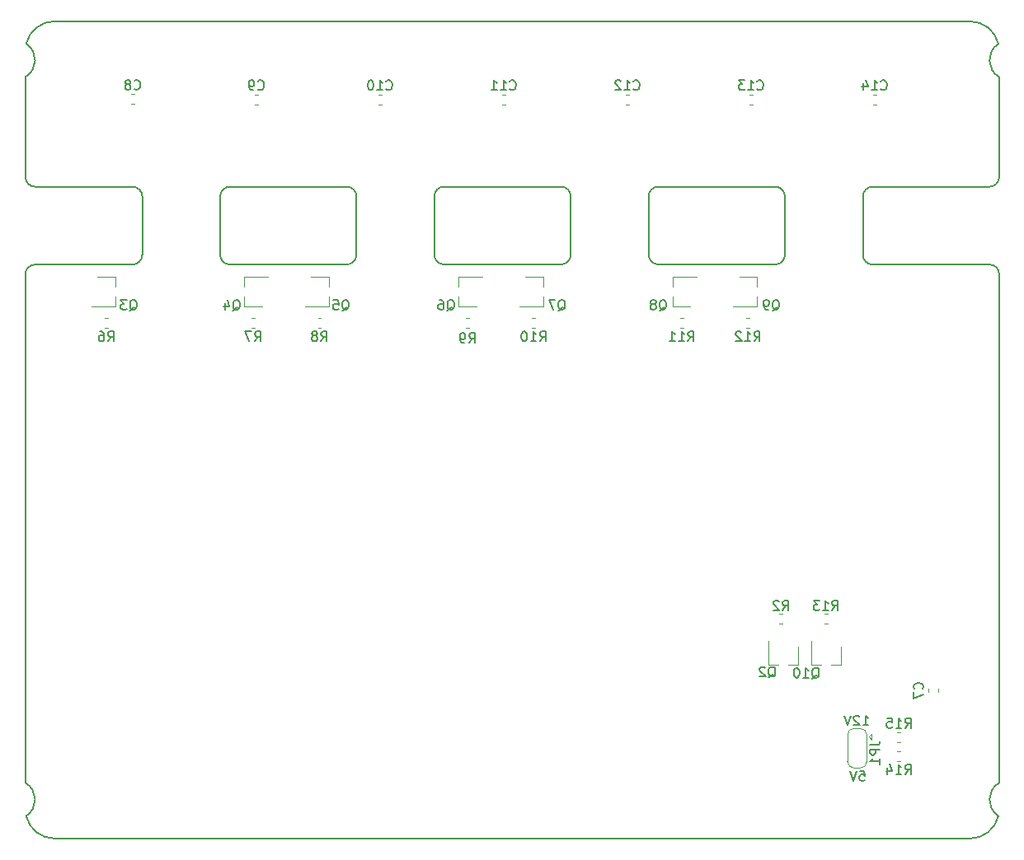
<source format=gbo>
G04 #@! TF.GenerationSoftware,KiCad,Pcbnew,5.0.2-bee76a0~70~ubuntu18.04.1*
G04 #@! TF.CreationDate,2019-02-11T12:00:49+01:00*
G04 #@! TF.ProjectId,3D_PrEBo,33445f50-7245-4426-9f2e-6b696361645f,rev?*
G04 #@! TF.SameCoordinates,Original*
G04 #@! TF.FileFunction,Legend,Bot*
G04 #@! TF.FilePolarity,Positive*
%FSLAX46Y46*%
G04 Gerber Fmt 4.6, Leading zero omitted, Abs format (unit mm)*
G04 Created by KiCad (PCBNEW 5.0.2-bee76a0~70~ubuntu18.04.1) date Po 11. února 2019, 12:00:49 CET*
%MOMM*%
%LPD*%
G01*
G04 APERTURE LIST*
%ADD10C,0.200000*%
%ADD11C,0.120000*%
%ADD12C,0.150000*%
G04 APERTURE END LIST*
D10*
X186019047Y-130352380D02*
X186590476Y-130352380D01*
X186304761Y-130352380D02*
X186304761Y-129352380D01*
X186400000Y-129495238D01*
X186495238Y-129590476D01*
X186590476Y-129638095D01*
X185638095Y-129447619D02*
X185590476Y-129400000D01*
X185495238Y-129352380D01*
X185257142Y-129352380D01*
X185161904Y-129400000D01*
X185114285Y-129447619D01*
X185066666Y-129542857D01*
X185066666Y-129638095D01*
X185114285Y-129780952D01*
X185685714Y-130352380D01*
X185066666Y-130352380D01*
X184780952Y-129352380D02*
X184447619Y-130352380D01*
X184114285Y-129352380D01*
X185690476Y-135052380D02*
X186166666Y-135052380D01*
X186214285Y-135528571D01*
X186166666Y-135480952D01*
X186071428Y-135433333D01*
X185833333Y-135433333D01*
X185738095Y-135480952D01*
X185690476Y-135528571D01*
X185642857Y-135623809D01*
X185642857Y-135861904D01*
X185690476Y-135957142D01*
X185738095Y-136004761D01*
X185833333Y-136052380D01*
X186071428Y-136052380D01*
X186166666Y-136004761D01*
X186214285Y-135957142D01*
X185357142Y-135052380D02*
X185023809Y-136052380D01*
X184690476Y-135052380D01*
X164000000Y-82000000D02*
X164000000Y-76000000D01*
X142000000Y-76000000D02*
G75*
G02X143000000Y-75000000I1000000J0D01*
G01*
X111000000Y-83000000D02*
X101000000Y-83000000D01*
X121000000Y-83000000D02*
G75*
G02X120000000Y-82000000I0J1000000D01*
G01*
X100000000Y-63732051D02*
X100000000Y-74000000D01*
X100000000Y-84000000D02*
X100000000Y-136267949D01*
X199000000Y-83000000D02*
G75*
G02X200000000Y-84000000I0J-1000000D01*
G01*
X197000000Y-58000000D02*
G75*
G02X199920991Y-60316034I0J-3000000D01*
G01*
X134000000Y-76000000D02*
X134000000Y-82000000D01*
X200000000Y-84000000D02*
X200000000Y-136267949D01*
X100000000Y-136267949D02*
G75*
G02X100079009Y-139683966I-1000000J-1732051D01*
G01*
X156000000Y-82000000D02*
G75*
G02X155000000Y-83000000I-1000000J0D01*
G01*
X155000000Y-83000000D02*
X143000000Y-83000000D01*
X164000000Y-76000000D02*
G75*
G02X165000000Y-75000000I1000000J0D01*
G01*
X187000000Y-83000000D02*
G75*
G02X186000000Y-82000000I0J1000000D01*
G01*
X100000000Y-84000000D02*
G75*
G02X101000000Y-83000000I1000000J0D01*
G01*
X199920991Y-139683966D02*
G75*
G02X200000000Y-136267949I1079009J1683966D01*
G01*
X165000000Y-83000000D02*
G75*
G02X164000000Y-82000000I0J1000000D01*
G01*
X103000000Y-58000000D02*
X197000000Y-58000000D01*
X100079009Y-60316034D02*
G75*
G02X100000000Y-63732051I-1079009J-1683966D01*
G01*
X100079009Y-60316034D02*
G75*
G02X103000000Y-58000000I2920991J-683966D01*
G01*
X101000000Y-75000000D02*
X111000000Y-75000000D01*
X200000000Y-74000000D02*
G75*
G02X199000000Y-75000000I-1000000J0D01*
G01*
X112000000Y-76000000D02*
X112000000Y-82000000D01*
X186000000Y-76000000D02*
G75*
G02X187000000Y-75000000I1000000J0D01*
G01*
X133000000Y-83000000D02*
X121000000Y-83000000D01*
X112000000Y-82000000D02*
G75*
G02X111000000Y-83000000I-1000000J0D01*
G01*
X111000000Y-75000000D02*
G75*
G02X112000000Y-76000000I0J-1000000D01*
G01*
X133000000Y-75000000D02*
G75*
G02X134000000Y-76000000I0J-1000000D01*
G01*
X142000000Y-82000000D02*
X142000000Y-76000000D01*
X199000000Y-83000000D02*
X187000000Y-83000000D01*
X120000000Y-82000000D02*
X120000000Y-76000000D01*
X120000000Y-76000000D02*
G75*
G02X121000000Y-75000000I1000000J0D01*
G01*
X121000000Y-75000000D02*
X133000000Y-75000000D01*
X200000000Y-63732051D02*
G75*
G02X199920991Y-60316034I1000000J1732051D01*
G01*
X155000000Y-75000000D02*
G75*
G02X156000000Y-76000000I0J-1000000D01*
G01*
X143000000Y-83000000D02*
G75*
G02X142000000Y-82000000I0J1000000D01*
G01*
X156000000Y-76000000D02*
X156000000Y-82000000D01*
X178000000Y-76000000D02*
X178000000Y-82000000D01*
X103000000Y-142000000D02*
X197000000Y-142000000D01*
X101000000Y-75000000D02*
G75*
G02X100000000Y-74000000I0J1000000D01*
G01*
X134000000Y-82000000D02*
G75*
G02X133000000Y-83000000I-1000000J0D01*
G01*
X143000000Y-75000000D02*
X155000000Y-75000000D01*
X165000000Y-75000000D02*
X177000000Y-75000000D01*
X187000000Y-75000000D02*
X199000000Y-75000000D01*
X199920991Y-139683966D02*
G75*
G02X197000000Y-142000000I-2920991J683966D01*
G01*
X103000000Y-142000000D02*
G75*
G02X100079009Y-139683966I0J3000000D01*
G01*
X177000000Y-75000000D02*
G75*
G02X178000000Y-76000000I0J-1000000D01*
G01*
X178000000Y-82000000D02*
G75*
G02X177000000Y-83000000I-1000000J0D01*
G01*
X200000000Y-63732051D02*
X200000000Y-74000000D01*
X177000000Y-83000000D02*
X165000000Y-83000000D01*
X186000000Y-82000000D02*
X186000000Y-76000000D01*
D11*
G04 #@! TO.C,C7*
X193710000Y-126637221D02*
X193710000Y-126962779D01*
X192690000Y-126637221D02*
X192690000Y-126962779D01*
G04 #@! TO.C,C8*
X111175279Y-65490000D02*
X110849721Y-65490000D01*
X111175279Y-66510000D02*
X110849721Y-66510000D01*
G04 #@! TO.C,C9*
X123875279Y-66550000D02*
X123549721Y-66550000D01*
X123875279Y-65530000D02*
X123549721Y-65530000D01*
G04 #@! TO.C,C10*
X136575279Y-66550000D02*
X136249721Y-66550000D01*
X136575279Y-65530000D02*
X136249721Y-65530000D01*
G04 #@! TO.C,C11*
X149275279Y-65530000D02*
X148949721Y-65530000D01*
X149275279Y-66550000D02*
X148949721Y-66550000D01*
G04 #@! TO.C,C12*
X161975279Y-65530000D02*
X161649721Y-65530000D01*
X161975279Y-66550000D02*
X161649721Y-66550000D01*
G04 #@! TO.C,C13*
X174675279Y-66550000D02*
X174349721Y-66550000D01*
X174675279Y-65530000D02*
X174349721Y-65530000D01*
G04 #@! TO.C,C14*
X187375279Y-65530000D02*
X187049721Y-65530000D01*
X187375279Y-66550000D02*
X187049721Y-66550000D01*
G04 #@! TO.C,JP1*
X186620000Y-131515000D02*
X186920000Y-131815000D01*
X186920000Y-131215000D02*
X186920000Y-131815000D01*
X186620000Y-131515000D02*
X186920000Y-131215000D01*
X185720000Y-130665000D02*
X185120000Y-130665000D01*
X186420000Y-134115000D02*
X186420000Y-131315000D01*
X185120000Y-134765000D02*
X185720000Y-134765000D01*
X184420000Y-131315000D02*
X184420000Y-134115000D01*
X184420000Y-134065000D02*
G75*
G03X185120000Y-134765000I700000J0D01*
G01*
X185720000Y-134765000D02*
G75*
G03X186420000Y-134065000I0J700000D01*
G01*
X186420000Y-131365000D02*
G75*
G03X185720000Y-130665000I-700000J0D01*
G01*
X185120000Y-130665000D02*
G75*
G03X184420000Y-131365000I0J-700000D01*
G01*
G04 #@! TO.C,Q2*
X176290000Y-124120000D02*
X176290000Y-121690000D01*
X176300000Y-124140000D02*
X177300000Y-124140000D01*
X179350000Y-124140000D02*
X179350000Y-122290000D01*
X178300000Y-124140000D02*
X179350000Y-124140000D01*
G04 #@! TO.C,Q3*
X109230000Y-87310000D02*
X106800000Y-87310000D01*
X109250000Y-87300000D02*
X109250000Y-86300000D01*
X109250000Y-84250000D02*
X107400000Y-84250000D01*
X109250000Y-85300000D02*
X109250000Y-84250000D01*
G04 #@! TO.C,Q4*
X122450000Y-86300000D02*
X122450000Y-87350000D01*
X122450000Y-87350000D02*
X124300000Y-87350000D01*
X122450000Y-84300000D02*
X122450000Y-85300000D01*
X122470000Y-84290000D02*
X124900000Y-84290000D01*
G04 #@! TO.C,Q5*
X131130000Y-87310000D02*
X128700000Y-87310000D01*
X131150000Y-87300000D02*
X131150000Y-86300000D01*
X131150000Y-84250000D02*
X129300000Y-84250000D01*
X131150000Y-85300000D02*
X131150000Y-84250000D01*
G04 #@! TO.C,Q6*
X144450000Y-86300000D02*
X144450000Y-87350000D01*
X144450000Y-87350000D02*
X146300000Y-87350000D01*
X144450000Y-84300000D02*
X144450000Y-85300000D01*
X144470000Y-84290000D02*
X146900000Y-84290000D01*
G04 #@! TO.C,Q7*
X153150000Y-85300000D02*
X153150000Y-84250000D01*
X153150000Y-84250000D02*
X151300000Y-84250000D01*
X153150000Y-87300000D02*
X153150000Y-86300000D01*
X153130000Y-87310000D02*
X150700000Y-87310000D01*
G04 #@! TO.C,Q8*
X166450000Y-86300000D02*
X166450000Y-87350000D01*
X166450000Y-87350000D02*
X168300000Y-87350000D01*
X166450000Y-84300000D02*
X166450000Y-85300000D01*
X166470000Y-84290000D02*
X168900000Y-84290000D01*
G04 #@! TO.C,Q9*
X175150000Y-85300000D02*
X175150000Y-84250000D01*
X175150000Y-84250000D02*
X173300000Y-84250000D01*
X175150000Y-87300000D02*
X175150000Y-86300000D01*
X175130000Y-87310000D02*
X172700000Y-87310000D01*
G04 #@! TO.C,Q10*
X180735000Y-124120000D02*
X180735000Y-121690000D01*
X180745000Y-124140000D02*
X181745000Y-124140000D01*
X183795000Y-124140000D02*
X183795000Y-122290000D01*
X182745000Y-124140000D02*
X183795000Y-124140000D01*
G04 #@! TO.C,R2*
X177437221Y-119890000D02*
X177762779Y-119890000D01*
X177437221Y-118870000D02*
X177762779Y-118870000D01*
G04 #@! TO.C,R6*
X108137221Y-88490000D02*
X108462779Y-88490000D01*
X108137221Y-89510000D02*
X108462779Y-89510000D01*
G04 #@! TO.C,R7*
X123237221Y-89510000D02*
X123562779Y-89510000D01*
X123237221Y-88490000D02*
X123562779Y-88490000D01*
G04 #@! TO.C,R8*
X130037221Y-88490000D02*
X130362779Y-88490000D01*
X130037221Y-89510000D02*
X130362779Y-89510000D01*
G04 #@! TO.C,R9*
X145562779Y-89510000D02*
X145237221Y-89510000D01*
X145562779Y-88490000D02*
X145237221Y-88490000D01*
G04 #@! TO.C,R10*
X152037221Y-88490000D02*
X152362779Y-88490000D01*
X152037221Y-89510000D02*
X152362779Y-89510000D01*
G04 #@! TO.C,R11*
X167237221Y-89510000D02*
X167562779Y-89510000D01*
X167237221Y-88490000D02*
X167562779Y-88490000D01*
G04 #@! TO.C,R12*
X174037221Y-88490000D02*
X174362779Y-88490000D01*
X174037221Y-89510000D02*
X174362779Y-89510000D01*
G04 #@! TO.C,R13*
X182037221Y-119890000D02*
X182362779Y-119890000D01*
X182037221Y-118870000D02*
X182362779Y-118870000D01*
G04 #@! TO.C,R14*
X189537221Y-134010000D02*
X189862779Y-134010000D01*
X189537221Y-132990000D02*
X189862779Y-132990000D01*
G04 #@! TO.C,R15*
X189862779Y-132110000D02*
X189537221Y-132110000D01*
X189862779Y-131090000D02*
X189537221Y-131090000D01*
G04 #@! TD*
G04 #@! TO.C,C7*
D12*
X192127142Y-126633333D02*
X192174761Y-126585714D01*
X192222380Y-126442857D01*
X192222380Y-126347619D01*
X192174761Y-126204761D01*
X192079523Y-126109523D01*
X191984285Y-126061904D01*
X191793809Y-126014285D01*
X191650952Y-126014285D01*
X191460476Y-126061904D01*
X191365238Y-126109523D01*
X191270000Y-126204761D01*
X191222380Y-126347619D01*
X191222380Y-126442857D01*
X191270000Y-126585714D01*
X191317619Y-126633333D01*
X191222380Y-126966666D02*
X191222380Y-127633333D01*
X192222380Y-127204761D01*
G04 #@! TO.C,C8*
X111179166Y-64927142D02*
X111226785Y-64974761D01*
X111369642Y-65022380D01*
X111464880Y-65022380D01*
X111607738Y-64974761D01*
X111702976Y-64879523D01*
X111750595Y-64784285D01*
X111798214Y-64593809D01*
X111798214Y-64450952D01*
X111750595Y-64260476D01*
X111702976Y-64165238D01*
X111607738Y-64070000D01*
X111464880Y-64022380D01*
X111369642Y-64022380D01*
X111226785Y-64070000D01*
X111179166Y-64117619D01*
X110607738Y-64450952D02*
X110702976Y-64403333D01*
X110750595Y-64355714D01*
X110798214Y-64260476D01*
X110798214Y-64212857D01*
X110750595Y-64117619D01*
X110702976Y-64070000D01*
X110607738Y-64022380D01*
X110417261Y-64022380D01*
X110322023Y-64070000D01*
X110274404Y-64117619D01*
X110226785Y-64212857D01*
X110226785Y-64260476D01*
X110274404Y-64355714D01*
X110322023Y-64403333D01*
X110417261Y-64450952D01*
X110607738Y-64450952D01*
X110702976Y-64498571D01*
X110750595Y-64546190D01*
X110798214Y-64641428D01*
X110798214Y-64831904D01*
X110750595Y-64927142D01*
X110702976Y-64974761D01*
X110607738Y-65022380D01*
X110417261Y-65022380D01*
X110322023Y-64974761D01*
X110274404Y-64927142D01*
X110226785Y-64831904D01*
X110226785Y-64641428D01*
X110274404Y-64546190D01*
X110322023Y-64498571D01*
X110417261Y-64450952D01*
G04 #@! TO.C,C9*
X123879166Y-64967142D02*
X123926785Y-65014761D01*
X124069642Y-65062380D01*
X124164880Y-65062380D01*
X124307738Y-65014761D01*
X124402976Y-64919523D01*
X124450595Y-64824285D01*
X124498214Y-64633809D01*
X124498214Y-64490952D01*
X124450595Y-64300476D01*
X124402976Y-64205238D01*
X124307738Y-64110000D01*
X124164880Y-64062380D01*
X124069642Y-64062380D01*
X123926785Y-64110000D01*
X123879166Y-64157619D01*
X123402976Y-65062380D02*
X123212500Y-65062380D01*
X123117261Y-65014761D01*
X123069642Y-64967142D01*
X122974404Y-64824285D01*
X122926785Y-64633809D01*
X122926785Y-64252857D01*
X122974404Y-64157619D01*
X123022023Y-64110000D01*
X123117261Y-64062380D01*
X123307738Y-64062380D01*
X123402976Y-64110000D01*
X123450595Y-64157619D01*
X123498214Y-64252857D01*
X123498214Y-64490952D01*
X123450595Y-64586190D01*
X123402976Y-64633809D01*
X123307738Y-64681428D01*
X123117261Y-64681428D01*
X123022023Y-64633809D01*
X122974404Y-64586190D01*
X122926785Y-64490952D01*
G04 #@! TO.C,C10*
X137055357Y-64967142D02*
X137102976Y-65014761D01*
X137245833Y-65062380D01*
X137341071Y-65062380D01*
X137483928Y-65014761D01*
X137579166Y-64919523D01*
X137626785Y-64824285D01*
X137674404Y-64633809D01*
X137674404Y-64490952D01*
X137626785Y-64300476D01*
X137579166Y-64205238D01*
X137483928Y-64110000D01*
X137341071Y-64062380D01*
X137245833Y-64062380D01*
X137102976Y-64110000D01*
X137055357Y-64157619D01*
X136102976Y-65062380D02*
X136674404Y-65062380D01*
X136388690Y-65062380D02*
X136388690Y-64062380D01*
X136483928Y-64205238D01*
X136579166Y-64300476D01*
X136674404Y-64348095D01*
X135483928Y-64062380D02*
X135388690Y-64062380D01*
X135293452Y-64110000D01*
X135245833Y-64157619D01*
X135198214Y-64252857D01*
X135150595Y-64443333D01*
X135150595Y-64681428D01*
X135198214Y-64871904D01*
X135245833Y-64967142D01*
X135293452Y-65014761D01*
X135388690Y-65062380D01*
X135483928Y-65062380D01*
X135579166Y-65014761D01*
X135626785Y-64967142D01*
X135674404Y-64871904D01*
X135722023Y-64681428D01*
X135722023Y-64443333D01*
X135674404Y-64252857D01*
X135626785Y-64157619D01*
X135579166Y-64110000D01*
X135483928Y-64062380D01*
G04 #@! TO.C,C11*
X149755357Y-64967142D02*
X149802976Y-65014761D01*
X149945833Y-65062380D01*
X150041071Y-65062380D01*
X150183928Y-65014761D01*
X150279166Y-64919523D01*
X150326785Y-64824285D01*
X150374404Y-64633809D01*
X150374404Y-64490952D01*
X150326785Y-64300476D01*
X150279166Y-64205238D01*
X150183928Y-64110000D01*
X150041071Y-64062380D01*
X149945833Y-64062380D01*
X149802976Y-64110000D01*
X149755357Y-64157619D01*
X148802976Y-65062380D02*
X149374404Y-65062380D01*
X149088690Y-65062380D02*
X149088690Y-64062380D01*
X149183928Y-64205238D01*
X149279166Y-64300476D01*
X149374404Y-64348095D01*
X147850595Y-65062380D02*
X148422023Y-65062380D01*
X148136309Y-65062380D02*
X148136309Y-64062380D01*
X148231547Y-64205238D01*
X148326785Y-64300476D01*
X148422023Y-64348095D01*
G04 #@! TO.C,C12*
X162455357Y-64967142D02*
X162502976Y-65014761D01*
X162645833Y-65062380D01*
X162741071Y-65062380D01*
X162883928Y-65014761D01*
X162979166Y-64919523D01*
X163026785Y-64824285D01*
X163074404Y-64633809D01*
X163074404Y-64490952D01*
X163026785Y-64300476D01*
X162979166Y-64205238D01*
X162883928Y-64110000D01*
X162741071Y-64062380D01*
X162645833Y-64062380D01*
X162502976Y-64110000D01*
X162455357Y-64157619D01*
X161502976Y-65062380D02*
X162074404Y-65062380D01*
X161788690Y-65062380D02*
X161788690Y-64062380D01*
X161883928Y-64205238D01*
X161979166Y-64300476D01*
X162074404Y-64348095D01*
X161122023Y-64157619D02*
X161074404Y-64110000D01*
X160979166Y-64062380D01*
X160741071Y-64062380D01*
X160645833Y-64110000D01*
X160598214Y-64157619D01*
X160550595Y-64252857D01*
X160550595Y-64348095D01*
X160598214Y-64490952D01*
X161169642Y-65062380D01*
X160550595Y-65062380D01*
G04 #@! TO.C,C13*
X175155357Y-64967142D02*
X175202976Y-65014761D01*
X175345833Y-65062380D01*
X175441071Y-65062380D01*
X175583928Y-65014761D01*
X175679166Y-64919523D01*
X175726785Y-64824285D01*
X175774404Y-64633809D01*
X175774404Y-64490952D01*
X175726785Y-64300476D01*
X175679166Y-64205238D01*
X175583928Y-64110000D01*
X175441071Y-64062380D01*
X175345833Y-64062380D01*
X175202976Y-64110000D01*
X175155357Y-64157619D01*
X174202976Y-65062380D02*
X174774404Y-65062380D01*
X174488690Y-65062380D02*
X174488690Y-64062380D01*
X174583928Y-64205238D01*
X174679166Y-64300476D01*
X174774404Y-64348095D01*
X173869642Y-64062380D02*
X173250595Y-64062380D01*
X173583928Y-64443333D01*
X173441071Y-64443333D01*
X173345833Y-64490952D01*
X173298214Y-64538571D01*
X173250595Y-64633809D01*
X173250595Y-64871904D01*
X173298214Y-64967142D01*
X173345833Y-65014761D01*
X173441071Y-65062380D01*
X173726785Y-65062380D01*
X173822023Y-65014761D01*
X173869642Y-64967142D01*
G04 #@! TO.C,C14*
X187855357Y-64967142D02*
X187902976Y-65014761D01*
X188045833Y-65062380D01*
X188141071Y-65062380D01*
X188283928Y-65014761D01*
X188379166Y-64919523D01*
X188426785Y-64824285D01*
X188474404Y-64633809D01*
X188474404Y-64490952D01*
X188426785Y-64300476D01*
X188379166Y-64205238D01*
X188283928Y-64110000D01*
X188141071Y-64062380D01*
X188045833Y-64062380D01*
X187902976Y-64110000D01*
X187855357Y-64157619D01*
X186902976Y-65062380D02*
X187474404Y-65062380D01*
X187188690Y-65062380D02*
X187188690Y-64062380D01*
X187283928Y-64205238D01*
X187379166Y-64300476D01*
X187474404Y-64348095D01*
X186045833Y-64395714D02*
X186045833Y-65062380D01*
X186283928Y-64014761D02*
X186522023Y-64729047D01*
X185902976Y-64729047D01*
G04 #@! TO.C,JP1*
X186752380Y-132366666D02*
X187466666Y-132366666D01*
X187609523Y-132319047D01*
X187704761Y-132223809D01*
X187752380Y-132080952D01*
X187752380Y-131985714D01*
X187752380Y-132842857D02*
X186752380Y-132842857D01*
X186752380Y-133223809D01*
X186800000Y-133319047D01*
X186847619Y-133366666D01*
X186942857Y-133414285D01*
X187085714Y-133414285D01*
X187180952Y-133366666D01*
X187228571Y-133319047D01*
X187276190Y-133223809D01*
X187276190Y-132842857D01*
X187752380Y-134366666D02*
X187752380Y-133795238D01*
X187752380Y-134080952D02*
X186752380Y-134080952D01*
X186895238Y-133985714D01*
X186990476Y-133890476D01*
X187038095Y-133795238D01*
G04 #@! TO.C,Q2*
X176295238Y-125447619D02*
X176390476Y-125400000D01*
X176485714Y-125304761D01*
X176628571Y-125161904D01*
X176723809Y-125114285D01*
X176819047Y-125114285D01*
X176771428Y-125352380D02*
X176866666Y-125304761D01*
X176961904Y-125209523D01*
X177009523Y-125019047D01*
X177009523Y-124685714D01*
X176961904Y-124495238D01*
X176866666Y-124400000D01*
X176771428Y-124352380D01*
X176580952Y-124352380D01*
X176485714Y-124400000D01*
X176390476Y-124495238D01*
X176342857Y-124685714D01*
X176342857Y-125019047D01*
X176390476Y-125209523D01*
X176485714Y-125304761D01*
X176580952Y-125352380D01*
X176771428Y-125352380D01*
X175961904Y-124447619D02*
X175914285Y-124400000D01*
X175819047Y-124352380D01*
X175580952Y-124352380D01*
X175485714Y-124400000D01*
X175438095Y-124447619D01*
X175390476Y-124542857D01*
X175390476Y-124638095D01*
X175438095Y-124780952D01*
X176009523Y-125352380D01*
X175390476Y-125352380D01*
G04 #@! TO.C,Q3*
X110695238Y-87747619D02*
X110790476Y-87700000D01*
X110885714Y-87604761D01*
X111028571Y-87461904D01*
X111123809Y-87414285D01*
X111219047Y-87414285D01*
X111171428Y-87652380D02*
X111266666Y-87604761D01*
X111361904Y-87509523D01*
X111409523Y-87319047D01*
X111409523Y-86985714D01*
X111361904Y-86795238D01*
X111266666Y-86700000D01*
X111171428Y-86652380D01*
X110980952Y-86652380D01*
X110885714Y-86700000D01*
X110790476Y-86795238D01*
X110742857Y-86985714D01*
X110742857Y-87319047D01*
X110790476Y-87509523D01*
X110885714Y-87604761D01*
X110980952Y-87652380D01*
X111171428Y-87652380D01*
X110409523Y-86652380D02*
X109790476Y-86652380D01*
X110123809Y-87033333D01*
X109980952Y-87033333D01*
X109885714Y-87080952D01*
X109838095Y-87128571D01*
X109790476Y-87223809D01*
X109790476Y-87461904D01*
X109838095Y-87557142D01*
X109885714Y-87604761D01*
X109980952Y-87652380D01*
X110266666Y-87652380D01*
X110361904Y-87604761D01*
X110409523Y-87557142D01*
G04 #@! TO.C,Q4*
X121295238Y-87747619D02*
X121390476Y-87700000D01*
X121485714Y-87604761D01*
X121628571Y-87461904D01*
X121723809Y-87414285D01*
X121819047Y-87414285D01*
X121771428Y-87652380D02*
X121866666Y-87604761D01*
X121961904Y-87509523D01*
X122009523Y-87319047D01*
X122009523Y-86985714D01*
X121961904Y-86795238D01*
X121866666Y-86700000D01*
X121771428Y-86652380D01*
X121580952Y-86652380D01*
X121485714Y-86700000D01*
X121390476Y-86795238D01*
X121342857Y-86985714D01*
X121342857Y-87319047D01*
X121390476Y-87509523D01*
X121485714Y-87604761D01*
X121580952Y-87652380D01*
X121771428Y-87652380D01*
X120485714Y-86985714D02*
X120485714Y-87652380D01*
X120723809Y-86604761D02*
X120961904Y-87319047D01*
X120342857Y-87319047D01*
G04 #@! TO.C,Q5*
X132495238Y-87747619D02*
X132590476Y-87700000D01*
X132685714Y-87604761D01*
X132828571Y-87461904D01*
X132923809Y-87414285D01*
X133019047Y-87414285D01*
X132971428Y-87652380D02*
X133066666Y-87604761D01*
X133161904Y-87509523D01*
X133209523Y-87319047D01*
X133209523Y-86985714D01*
X133161904Y-86795238D01*
X133066666Y-86700000D01*
X132971428Y-86652380D01*
X132780952Y-86652380D01*
X132685714Y-86700000D01*
X132590476Y-86795238D01*
X132542857Y-86985714D01*
X132542857Y-87319047D01*
X132590476Y-87509523D01*
X132685714Y-87604761D01*
X132780952Y-87652380D01*
X132971428Y-87652380D01*
X131638095Y-86652380D02*
X132114285Y-86652380D01*
X132161904Y-87128571D01*
X132114285Y-87080952D01*
X132019047Y-87033333D01*
X131780952Y-87033333D01*
X131685714Y-87080952D01*
X131638095Y-87128571D01*
X131590476Y-87223809D01*
X131590476Y-87461904D01*
X131638095Y-87557142D01*
X131685714Y-87604761D01*
X131780952Y-87652380D01*
X132019047Y-87652380D01*
X132114285Y-87604761D01*
X132161904Y-87557142D01*
G04 #@! TO.C,Q6*
X143295238Y-87747619D02*
X143390476Y-87700000D01*
X143485714Y-87604761D01*
X143628571Y-87461904D01*
X143723809Y-87414285D01*
X143819047Y-87414285D01*
X143771428Y-87652380D02*
X143866666Y-87604761D01*
X143961904Y-87509523D01*
X144009523Y-87319047D01*
X144009523Y-86985714D01*
X143961904Y-86795238D01*
X143866666Y-86700000D01*
X143771428Y-86652380D01*
X143580952Y-86652380D01*
X143485714Y-86700000D01*
X143390476Y-86795238D01*
X143342857Y-86985714D01*
X143342857Y-87319047D01*
X143390476Y-87509523D01*
X143485714Y-87604761D01*
X143580952Y-87652380D01*
X143771428Y-87652380D01*
X142485714Y-86652380D02*
X142676190Y-86652380D01*
X142771428Y-86700000D01*
X142819047Y-86747619D01*
X142914285Y-86890476D01*
X142961904Y-87080952D01*
X142961904Y-87461904D01*
X142914285Y-87557142D01*
X142866666Y-87604761D01*
X142771428Y-87652380D01*
X142580952Y-87652380D01*
X142485714Y-87604761D01*
X142438095Y-87557142D01*
X142390476Y-87461904D01*
X142390476Y-87223809D01*
X142438095Y-87128571D01*
X142485714Y-87080952D01*
X142580952Y-87033333D01*
X142771428Y-87033333D01*
X142866666Y-87080952D01*
X142914285Y-87128571D01*
X142961904Y-87223809D01*
G04 #@! TO.C,Q7*
X154695238Y-87747619D02*
X154790476Y-87700000D01*
X154885714Y-87604761D01*
X155028571Y-87461904D01*
X155123809Y-87414285D01*
X155219047Y-87414285D01*
X155171428Y-87652380D02*
X155266666Y-87604761D01*
X155361904Y-87509523D01*
X155409523Y-87319047D01*
X155409523Y-86985714D01*
X155361904Y-86795238D01*
X155266666Y-86700000D01*
X155171428Y-86652380D01*
X154980952Y-86652380D01*
X154885714Y-86700000D01*
X154790476Y-86795238D01*
X154742857Y-86985714D01*
X154742857Y-87319047D01*
X154790476Y-87509523D01*
X154885714Y-87604761D01*
X154980952Y-87652380D01*
X155171428Y-87652380D01*
X154409523Y-86652380D02*
X153742857Y-86652380D01*
X154171428Y-87652380D01*
G04 #@! TO.C,Q8*
X165095238Y-87747619D02*
X165190476Y-87700000D01*
X165285714Y-87604761D01*
X165428571Y-87461904D01*
X165523809Y-87414285D01*
X165619047Y-87414285D01*
X165571428Y-87652380D02*
X165666666Y-87604761D01*
X165761904Y-87509523D01*
X165809523Y-87319047D01*
X165809523Y-86985714D01*
X165761904Y-86795238D01*
X165666666Y-86700000D01*
X165571428Y-86652380D01*
X165380952Y-86652380D01*
X165285714Y-86700000D01*
X165190476Y-86795238D01*
X165142857Y-86985714D01*
X165142857Y-87319047D01*
X165190476Y-87509523D01*
X165285714Y-87604761D01*
X165380952Y-87652380D01*
X165571428Y-87652380D01*
X164571428Y-87080952D02*
X164666666Y-87033333D01*
X164714285Y-86985714D01*
X164761904Y-86890476D01*
X164761904Y-86842857D01*
X164714285Y-86747619D01*
X164666666Y-86700000D01*
X164571428Y-86652380D01*
X164380952Y-86652380D01*
X164285714Y-86700000D01*
X164238095Y-86747619D01*
X164190476Y-86842857D01*
X164190476Y-86890476D01*
X164238095Y-86985714D01*
X164285714Y-87033333D01*
X164380952Y-87080952D01*
X164571428Y-87080952D01*
X164666666Y-87128571D01*
X164714285Y-87176190D01*
X164761904Y-87271428D01*
X164761904Y-87461904D01*
X164714285Y-87557142D01*
X164666666Y-87604761D01*
X164571428Y-87652380D01*
X164380952Y-87652380D01*
X164285714Y-87604761D01*
X164238095Y-87557142D01*
X164190476Y-87461904D01*
X164190476Y-87271428D01*
X164238095Y-87176190D01*
X164285714Y-87128571D01*
X164380952Y-87080952D01*
G04 #@! TO.C,Q9*
X176695238Y-87747619D02*
X176790476Y-87700000D01*
X176885714Y-87604761D01*
X177028571Y-87461904D01*
X177123809Y-87414285D01*
X177219047Y-87414285D01*
X177171428Y-87652380D02*
X177266666Y-87604761D01*
X177361904Y-87509523D01*
X177409523Y-87319047D01*
X177409523Y-86985714D01*
X177361904Y-86795238D01*
X177266666Y-86700000D01*
X177171428Y-86652380D01*
X176980952Y-86652380D01*
X176885714Y-86700000D01*
X176790476Y-86795238D01*
X176742857Y-86985714D01*
X176742857Y-87319047D01*
X176790476Y-87509523D01*
X176885714Y-87604761D01*
X176980952Y-87652380D01*
X177171428Y-87652380D01*
X176266666Y-87652380D02*
X176076190Y-87652380D01*
X175980952Y-87604761D01*
X175933333Y-87557142D01*
X175838095Y-87414285D01*
X175790476Y-87223809D01*
X175790476Y-86842857D01*
X175838095Y-86747619D01*
X175885714Y-86700000D01*
X175980952Y-86652380D01*
X176171428Y-86652380D01*
X176266666Y-86700000D01*
X176314285Y-86747619D01*
X176361904Y-86842857D01*
X176361904Y-87080952D01*
X176314285Y-87176190D01*
X176266666Y-87223809D01*
X176171428Y-87271428D01*
X175980952Y-87271428D01*
X175885714Y-87223809D01*
X175838095Y-87176190D01*
X175790476Y-87080952D01*
G04 #@! TO.C,Q10*
X180771428Y-125547619D02*
X180866666Y-125500000D01*
X180961904Y-125404761D01*
X181104761Y-125261904D01*
X181200000Y-125214285D01*
X181295238Y-125214285D01*
X181247619Y-125452380D02*
X181342857Y-125404761D01*
X181438095Y-125309523D01*
X181485714Y-125119047D01*
X181485714Y-124785714D01*
X181438095Y-124595238D01*
X181342857Y-124500000D01*
X181247619Y-124452380D01*
X181057142Y-124452380D01*
X180961904Y-124500000D01*
X180866666Y-124595238D01*
X180819047Y-124785714D01*
X180819047Y-125119047D01*
X180866666Y-125309523D01*
X180961904Y-125404761D01*
X181057142Y-125452380D01*
X181247619Y-125452380D01*
X179866666Y-125452380D02*
X180438095Y-125452380D01*
X180152380Y-125452380D02*
X180152380Y-124452380D01*
X180247619Y-124595238D01*
X180342857Y-124690476D01*
X180438095Y-124738095D01*
X179247619Y-124452380D02*
X179152380Y-124452380D01*
X179057142Y-124500000D01*
X179009523Y-124547619D01*
X178961904Y-124642857D01*
X178914285Y-124833333D01*
X178914285Y-125071428D01*
X178961904Y-125261904D01*
X179009523Y-125357142D01*
X179057142Y-125404761D01*
X179152380Y-125452380D01*
X179247619Y-125452380D01*
X179342857Y-125404761D01*
X179390476Y-125357142D01*
X179438095Y-125261904D01*
X179485714Y-125071428D01*
X179485714Y-124833333D01*
X179438095Y-124642857D01*
X179390476Y-124547619D01*
X179342857Y-124500000D01*
X179247619Y-124452380D01*
G04 #@! TO.C,R2*
X177766666Y-118552380D02*
X178100000Y-118076190D01*
X178338095Y-118552380D02*
X178338095Y-117552380D01*
X177957142Y-117552380D01*
X177861904Y-117600000D01*
X177814285Y-117647619D01*
X177766666Y-117742857D01*
X177766666Y-117885714D01*
X177814285Y-117980952D01*
X177861904Y-118028571D01*
X177957142Y-118076190D01*
X178338095Y-118076190D01*
X177385714Y-117647619D02*
X177338095Y-117600000D01*
X177242857Y-117552380D01*
X177004761Y-117552380D01*
X176909523Y-117600000D01*
X176861904Y-117647619D01*
X176814285Y-117742857D01*
X176814285Y-117838095D01*
X176861904Y-117980952D01*
X177433333Y-118552380D01*
X176814285Y-118552380D01*
G04 #@! TO.C,R6*
X108466666Y-90882380D02*
X108800000Y-90406190D01*
X109038095Y-90882380D02*
X109038095Y-89882380D01*
X108657142Y-89882380D01*
X108561904Y-89930000D01*
X108514285Y-89977619D01*
X108466666Y-90072857D01*
X108466666Y-90215714D01*
X108514285Y-90310952D01*
X108561904Y-90358571D01*
X108657142Y-90406190D01*
X109038095Y-90406190D01*
X107609523Y-89882380D02*
X107800000Y-89882380D01*
X107895238Y-89930000D01*
X107942857Y-89977619D01*
X108038095Y-90120476D01*
X108085714Y-90310952D01*
X108085714Y-90691904D01*
X108038095Y-90787142D01*
X107990476Y-90834761D01*
X107895238Y-90882380D01*
X107704761Y-90882380D01*
X107609523Y-90834761D01*
X107561904Y-90787142D01*
X107514285Y-90691904D01*
X107514285Y-90453809D01*
X107561904Y-90358571D01*
X107609523Y-90310952D01*
X107704761Y-90263333D01*
X107895238Y-90263333D01*
X107990476Y-90310952D01*
X108038095Y-90358571D01*
X108085714Y-90453809D01*
G04 #@! TO.C,R7*
X123566666Y-90882380D02*
X123900000Y-90406190D01*
X124138095Y-90882380D02*
X124138095Y-89882380D01*
X123757142Y-89882380D01*
X123661904Y-89930000D01*
X123614285Y-89977619D01*
X123566666Y-90072857D01*
X123566666Y-90215714D01*
X123614285Y-90310952D01*
X123661904Y-90358571D01*
X123757142Y-90406190D01*
X124138095Y-90406190D01*
X123233333Y-89882380D02*
X122566666Y-89882380D01*
X122995238Y-90882380D01*
G04 #@! TO.C,R8*
X130366666Y-90882380D02*
X130700000Y-90406190D01*
X130938095Y-90882380D02*
X130938095Y-89882380D01*
X130557142Y-89882380D01*
X130461904Y-89930000D01*
X130414285Y-89977619D01*
X130366666Y-90072857D01*
X130366666Y-90215714D01*
X130414285Y-90310952D01*
X130461904Y-90358571D01*
X130557142Y-90406190D01*
X130938095Y-90406190D01*
X129795238Y-90310952D02*
X129890476Y-90263333D01*
X129938095Y-90215714D01*
X129985714Y-90120476D01*
X129985714Y-90072857D01*
X129938095Y-89977619D01*
X129890476Y-89930000D01*
X129795238Y-89882380D01*
X129604761Y-89882380D01*
X129509523Y-89930000D01*
X129461904Y-89977619D01*
X129414285Y-90072857D01*
X129414285Y-90120476D01*
X129461904Y-90215714D01*
X129509523Y-90263333D01*
X129604761Y-90310952D01*
X129795238Y-90310952D01*
X129890476Y-90358571D01*
X129938095Y-90406190D01*
X129985714Y-90501428D01*
X129985714Y-90691904D01*
X129938095Y-90787142D01*
X129890476Y-90834761D01*
X129795238Y-90882380D01*
X129604761Y-90882380D01*
X129509523Y-90834761D01*
X129461904Y-90787142D01*
X129414285Y-90691904D01*
X129414285Y-90501428D01*
X129461904Y-90406190D01*
X129509523Y-90358571D01*
X129604761Y-90310952D01*
G04 #@! TO.C,R9*
X145566666Y-91052380D02*
X145900000Y-90576190D01*
X146138095Y-91052380D02*
X146138095Y-90052380D01*
X145757142Y-90052380D01*
X145661904Y-90100000D01*
X145614285Y-90147619D01*
X145566666Y-90242857D01*
X145566666Y-90385714D01*
X145614285Y-90480952D01*
X145661904Y-90528571D01*
X145757142Y-90576190D01*
X146138095Y-90576190D01*
X145090476Y-91052380D02*
X144900000Y-91052380D01*
X144804761Y-91004761D01*
X144757142Y-90957142D01*
X144661904Y-90814285D01*
X144614285Y-90623809D01*
X144614285Y-90242857D01*
X144661904Y-90147619D01*
X144709523Y-90100000D01*
X144804761Y-90052380D01*
X144995238Y-90052380D01*
X145090476Y-90100000D01*
X145138095Y-90147619D01*
X145185714Y-90242857D01*
X145185714Y-90480952D01*
X145138095Y-90576190D01*
X145090476Y-90623809D01*
X144995238Y-90671428D01*
X144804761Y-90671428D01*
X144709523Y-90623809D01*
X144661904Y-90576190D01*
X144614285Y-90480952D01*
G04 #@! TO.C,R10*
X152842857Y-90882380D02*
X153176190Y-90406190D01*
X153414285Y-90882380D02*
X153414285Y-89882380D01*
X153033333Y-89882380D01*
X152938095Y-89930000D01*
X152890476Y-89977619D01*
X152842857Y-90072857D01*
X152842857Y-90215714D01*
X152890476Y-90310952D01*
X152938095Y-90358571D01*
X153033333Y-90406190D01*
X153414285Y-90406190D01*
X151890476Y-90882380D02*
X152461904Y-90882380D01*
X152176190Y-90882380D02*
X152176190Y-89882380D01*
X152271428Y-90025238D01*
X152366666Y-90120476D01*
X152461904Y-90168095D01*
X151271428Y-89882380D02*
X151176190Y-89882380D01*
X151080952Y-89930000D01*
X151033333Y-89977619D01*
X150985714Y-90072857D01*
X150938095Y-90263333D01*
X150938095Y-90501428D01*
X150985714Y-90691904D01*
X151033333Y-90787142D01*
X151080952Y-90834761D01*
X151176190Y-90882380D01*
X151271428Y-90882380D01*
X151366666Y-90834761D01*
X151414285Y-90787142D01*
X151461904Y-90691904D01*
X151509523Y-90501428D01*
X151509523Y-90263333D01*
X151461904Y-90072857D01*
X151414285Y-89977619D01*
X151366666Y-89930000D01*
X151271428Y-89882380D01*
G04 #@! TO.C,R11*
X168042857Y-90882380D02*
X168376190Y-90406190D01*
X168614285Y-90882380D02*
X168614285Y-89882380D01*
X168233333Y-89882380D01*
X168138095Y-89930000D01*
X168090476Y-89977619D01*
X168042857Y-90072857D01*
X168042857Y-90215714D01*
X168090476Y-90310952D01*
X168138095Y-90358571D01*
X168233333Y-90406190D01*
X168614285Y-90406190D01*
X167090476Y-90882380D02*
X167661904Y-90882380D01*
X167376190Y-90882380D02*
X167376190Y-89882380D01*
X167471428Y-90025238D01*
X167566666Y-90120476D01*
X167661904Y-90168095D01*
X166138095Y-90882380D02*
X166709523Y-90882380D01*
X166423809Y-90882380D02*
X166423809Y-89882380D01*
X166519047Y-90025238D01*
X166614285Y-90120476D01*
X166709523Y-90168095D01*
G04 #@! TO.C,R12*
X174842857Y-90882380D02*
X175176190Y-90406190D01*
X175414285Y-90882380D02*
X175414285Y-89882380D01*
X175033333Y-89882380D01*
X174938095Y-89930000D01*
X174890476Y-89977619D01*
X174842857Y-90072857D01*
X174842857Y-90215714D01*
X174890476Y-90310952D01*
X174938095Y-90358571D01*
X175033333Y-90406190D01*
X175414285Y-90406190D01*
X173890476Y-90882380D02*
X174461904Y-90882380D01*
X174176190Y-90882380D02*
X174176190Y-89882380D01*
X174271428Y-90025238D01*
X174366666Y-90120476D01*
X174461904Y-90168095D01*
X173509523Y-89977619D02*
X173461904Y-89930000D01*
X173366666Y-89882380D01*
X173128571Y-89882380D01*
X173033333Y-89930000D01*
X172985714Y-89977619D01*
X172938095Y-90072857D01*
X172938095Y-90168095D01*
X172985714Y-90310952D01*
X173557142Y-90882380D01*
X172938095Y-90882380D01*
G04 #@! TO.C,R13*
X182842857Y-118552380D02*
X183176190Y-118076190D01*
X183414285Y-118552380D02*
X183414285Y-117552380D01*
X183033333Y-117552380D01*
X182938095Y-117600000D01*
X182890476Y-117647619D01*
X182842857Y-117742857D01*
X182842857Y-117885714D01*
X182890476Y-117980952D01*
X182938095Y-118028571D01*
X183033333Y-118076190D01*
X183414285Y-118076190D01*
X181890476Y-118552380D02*
X182461904Y-118552380D01*
X182176190Y-118552380D02*
X182176190Y-117552380D01*
X182271428Y-117695238D01*
X182366666Y-117790476D01*
X182461904Y-117838095D01*
X181557142Y-117552380D02*
X180938095Y-117552380D01*
X181271428Y-117933333D01*
X181128571Y-117933333D01*
X181033333Y-117980952D01*
X180985714Y-118028571D01*
X180938095Y-118123809D01*
X180938095Y-118361904D01*
X180985714Y-118457142D01*
X181033333Y-118504761D01*
X181128571Y-118552380D01*
X181414285Y-118552380D01*
X181509523Y-118504761D01*
X181557142Y-118457142D01*
G04 #@! TO.C,R14*
X190342857Y-135382380D02*
X190676190Y-134906190D01*
X190914285Y-135382380D02*
X190914285Y-134382380D01*
X190533333Y-134382380D01*
X190438095Y-134430000D01*
X190390476Y-134477619D01*
X190342857Y-134572857D01*
X190342857Y-134715714D01*
X190390476Y-134810952D01*
X190438095Y-134858571D01*
X190533333Y-134906190D01*
X190914285Y-134906190D01*
X189390476Y-135382380D02*
X189961904Y-135382380D01*
X189676190Y-135382380D02*
X189676190Y-134382380D01*
X189771428Y-134525238D01*
X189866666Y-134620476D01*
X189961904Y-134668095D01*
X188533333Y-134715714D02*
X188533333Y-135382380D01*
X188771428Y-134334761D02*
X189009523Y-135049047D01*
X188390476Y-135049047D01*
G04 #@! TO.C,R15*
X190342857Y-130622380D02*
X190676190Y-130146190D01*
X190914285Y-130622380D02*
X190914285Y-129622380D01*
X190533333Y-129622380D01*
X190438095Y-129670000D01*
X190390476Y-129717619D01*
X190342857Y-129812857D01*
X190342857Y-129955714D01*
X190390476Y-130050952D01*
X190438095Y-130098571D01*
X190533333Y-130146190D01*
X190914285Y-130146190D01*
X189390476Y-130622380D02*
X189961904Y-130622380D01*
X189676190Y-130622380D02*
X189676190Y-129622380D01*
X189771428Y-129765238D01*
X189866666Y-129860476D01*
X189961904Y-129908095D01*
X188485714Y-129622380D02*
X188961904Y-129622380D01*
X189009523Y-130098571D01*
X188961904Y-130050952D01*
X188866666Y-130003333D01*
X188628571Y-130003333D01*
X188533333Y-130050952D01*
X188485714Y-130098571D01*
X188438095Y-130193809D01*
X188438095Y-130431904D01*
X188485714Y-130527142D01*
X188533333Y-130574761D01*
X188628571Y-130622380D01*
X188866666Y-130622380D01*
X188961904Y-130574761D01*
X189009523Y-130527142D01*
G04 #@! TD*
M02*

</source>
